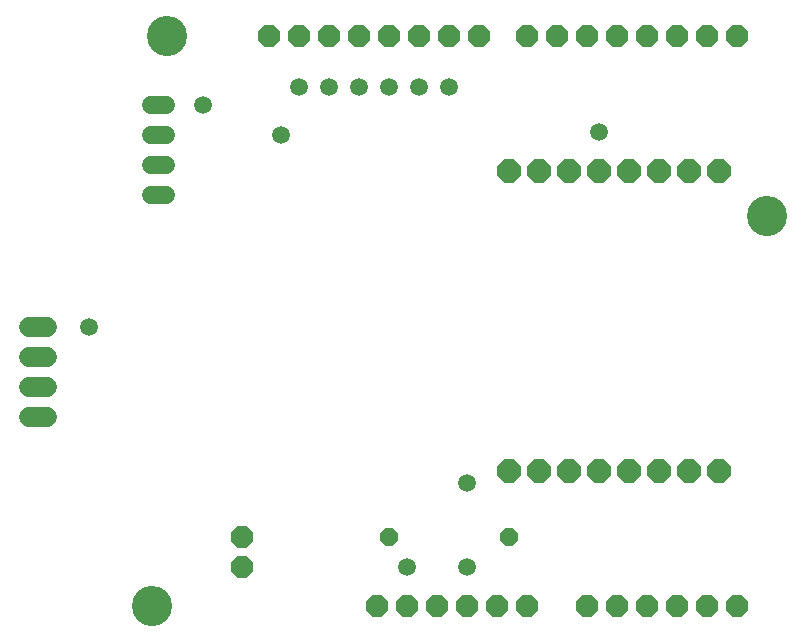
<source format=gbr>
G04 EAGLE Gerber RS-274X export*
G75*
%MOMM*%
%FSLAX34Y34*%
%LPD*%
%INSoldermask Bottom*%
%IPPOS*%
%AMOC8*
5,1,8,0,0,1.08239X$1,22.5*%
G01*
%ADD10P,2.034460X8X22.500000*%
%ADD11C,3.403200*%
%ADD12P,2.144431X8X292.500000*%
%ADD13C,1.524000*%
%ADD14C,1.727200*%
%ADD15P,2.034460X8X292.500000*%
%ADD16P,1.649562X8X22.500000*%
%ADD17C,1.511200*%


D10*
X533400Y508000D03*
X508000Y25400D03*
X558800Y508000D03*
X584200Y508000D03*
X609600Y508000D03*
X635000Y508000D03*
X508000Y508000D03*
X482600Y508000D03*
X457200Y508000D03*
X416560Y508000D03*
X391160Y508000D03*
X365760Y508000D03*
X340360Y508000D03*
X314960Y508000D03*
X289560Y508000D03*
X264160Y508000D03*
X238760Y508000D03*
X533400Y25400D03*
X558800Y25400D03*
X584200Y25400D03*
X609600Y25400D03*
X635000Y25400D03*
X457200Y25400D03*
X431800Y25400D03*
X406400Y25400D03*
X381000Y25400D03*
X355600Y25400D03*
X330200Y25400D03*
D11*
X152400Y508000D03*
X660400Y355600D03*
X139700Y25400D03*
D12*
X619760Y393700D03*
X594360Y393700D03*
X568960Y393700D03*
X543560Y393700D03*
X518160Y393700D03*
X492760Y393700D03*
X467360Y393700D03*
X441960Y393700D03*
X441960Y139700D03*
X467360Y139700D03*
X492760Y139700D03*
X518160Y139700D03*
X543560Y139700D03*
X568960Y139700D03*
X594360Y139700D03*
X619760Y139700D03*
D13*
X151384Y398780D02*
X138176Y398780D01*
X138176Y373380D02*
X151384Y373380D01*
X151384Y424180D02*
X138176Y424180D01*
X138176Y449580D02*
X151384Y449580D01*
D14*
X50800Y210820D02*
X35560Y210820D01*
X35560Y185420D02*
X50800Y185420D01*
X50800Y236220D02*
X35560Y236220D01*
X35560Y261620D02*
X50800Y261620D01*
D15*
X215900Y83820D03*
X215900Y58420D03*
D16*
X340360Y83820D03*
X441960Y83820D03*
D17*
X406400Y58420D03*
X264160Y464820D03*
X355600Y58420D03*
X86360Y261620D03*
X182880Y449580D03*
X391160Y464820D03*
X365760Y464820D03*
X340360Y464820D03*
X314960Y464820D03*
X289560Y464820D03*
X518160Y426720D03*
X406400Y129540D03*
X248920Y424180D03*
M02*

</source>
